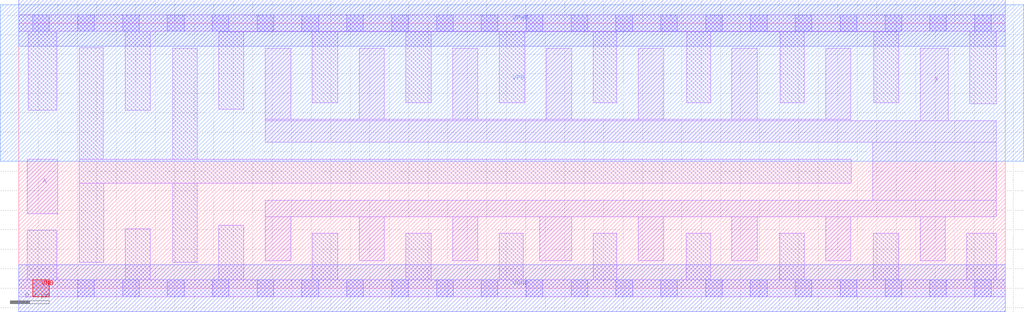
<source format=lef>
# Copyright 2020 The SkyWater PDK Authors
#
# Licensed under the Apache License, Version 2.0 (the "License");
# you may not use this file except in compliance with the License.
# You may obtain a copy of the License at
#
#     https://www.apache.org/licenses/LICENSE-2.0
#
# Unless required by applicable law or agreed to in writing, software
# distributed under the License is distributed on an "AS IS" BASIS,
# WITHOUT WARRANTIES OR CONDITIONS OF ANY KIND, either express or implied.
# See the License for the specific language governing permissions and
# limitations under the License.
#
# SPDX-License-Identifier: Apache-2.0

VERSION 5.7 ;
  NOWIREEXTENSIONATPIN ON ;
  DIVIDERCHAR "/" ;
  BUSBITCHARS "[]" ;
PROPERTYDEFINITIONS
  MACRO maskLayoutSubType STRING ;
  MACRO prCellType STRING ;
  MACRO originalViewName STRING ;
END PROPERTYDEFINITIONS
MACRO sky130_fd_sc_hdll__clkbuf_16
  CLASS CORE ;
  FOREIGN sky130_fd_sc_hdll__clkbuf_16 ;
  ORIGIN  0.000000  0.000000 ;
  SIZE  10.12000 BY  2.720000 ;
  SYMMETRY X Y R90 ;
  SITE unithd ;
  PIN A
    ANTENNAGATEAREA  0.972000 ;
    DIRECTION INPUT ;
    USE SIGNAL ;
    PORT
      LAYER li1 ;
        RECT 0.085000 0.765000 0.400000 1.325000 ;
    END
  END A
  PIN VGND
    ANTENNADIFFAREA  1.467900 ;
    DIRECTION INOUT ;
    USE SIGNAL ;
    PORT
      LAYER met1 ;
        RECT 0.000000 -0.240000 10.120000 0.240000 ;
    END
  END VGND
  PIN VPWR
    ANTENNADIFFAREA  3.245000 ;
    DIRECTION INOUT ;
    USE SIGNAL ;
    PORT
      LAYER met1 ;
        RECT 0.000000 2.480000 10.120000 2.960000 ;
    END
  END VPWR
  PIN X
    ANTENNADIFFAREA  3.529800 ;
    DIRECTION OUTPUT ;
    USE SIGNAL ;
    PORT
      LAYER li1 ;
        RECT 2.530000 0.280000  2.790000 0.735000 ;
        RECT 2.530000 0.735000 10.025000 0.905000 ;
        RECT 2.530000 1.495000 10.025000 1.720000 ;
        RECT 2.530000 1.720000  8.535000 1.735000 ;
        RECT 2.530000 1.735000  2.790000 2.460000 ;
        RECT 3.490000 0.280000  3.750000 0.735000 ;
        RECT 3.490000 1.735000  3.750000 2.460000 ;
        RECT 4.450000 0.280000  4.710000 0.735000 ;
        RECT 4.450000 1.735000  4.710000 2.460000 ;
        RECT 5.345000 0.280000  5.670000 0.735000 ;
        RECT 5.410000 1.735000  5.670000 2.460000 ;
        RECT 6.355000 0.280000  6.615000 0.735000 ;
        RECT 6.355000 1.735000  6.615000 2.460000 ;
        RECT 7.315000 0.280000  7.575000 0.735000 ;
        RECT 7.315000 1.735000  7.575000 2.460000 ;
        RECT 8.275000 0.280000  8.535000 0.735000 ;
        RECT 8.275000 1.735000  8.535000 2.460000 ;
        RECT 8.760000 0.905000 10.025000 1.495000 ;
        RECT 9.245000 0.280000  9.505000 0.735000 ;
        RECT 9.245000 1.720000  9.535000 2.460000 ;
    END
  END X
  PIN VNB
    DIRECTION INOUT ;
    USE GROUND ;
    PORT
      LAYER pwell ;
        RECT 0.145000 -0.085000 0.315000 0.085000 ;
    END
  END VNB
  PIN VPB
    DIRECTION INOUT ;
    USE POWER ;
    PORT
      LAYER nwell ;
        RECT -0.190000 1.305000 10.310000 2.910000 ;
    END
  END VPB
  OBS
    LAYER li1 ;
      RECT 0.000000 -0.085000 10.120000 0.085000 ;
      RECT 0.000000  2.635000 10.120000 2.805000 ;
      RECT 0.085000  0.085000  0.390000 0.595000 ;
      RECT 0.095000  1.825000  0.390000 2.635000 ;
      RECT 0.620000  0.265000  0.870000 1.075000 ;
      RECT 0.620000  1.075000  8.540000 1.325000 ;
      RECT 0.620000  1.325000  0.865000 2.465000 ;
      RECT 1.090000  0.085000  1.350000 0.610000 ;
      RECT 1.090000  1.825000  1.350000 2.635000 ;
      RECT 1.580000  0.265000  1.830000 1.075000 ;
      RECT 1.580000  1.325000  1.830000 2.460000 ;
      RECT 2.050000  0.085000  2.310000 0.645000 ;
      RECT 2.050000  1.835000  2.310000 2.630000 ;
      RECT 2.050000  2.630000  9.025000 2.635000 ;
      RECT 3.010000  0.085000  3.270000 0.565000 ;
      RECT 3.010000  1.905000  3.270000 2.630000 ;
      RECT 3.970000  0.085000  4.230000 0.565000 ;
      RECT 3.970000  1.905000  4.230000 2.630000 ;
      RECT 4.930000  0.085000  5.175000 0.565000 ;
      RECT 4.930000  1.905000  5.190000 2.630000 ;
      RECT 5.890000  0.085000  6.135000 0.565000 ;
      RECT 5.890000  1.905000  6.135000 2.630000 ;
      RECT 6.845000  0.085000  7.095000 0.565000 ;
      RECT 6.850000  1.905000  7.095000 2.630000 ;
      RECT 7.805000  0.085000  8.055000 0.565000 ;
      RECT 7.810000  1.905000  8.055000 2.630000 ;
      RECT 8.765000  0.085000  9.025000 0.565000 ;
      RECT 8.770000  1.905000  9.025000 2.630000 ;
      RECT 9.725000  0.085000 10.025000 0.565000 ;
      RECT 9.755000  1.890000 10.025000 2.635000 ;
    LAYER mcon ;
      RECT 0.145000 -0.085000 0.315000 0.085000 ;
      RECT 0.145000  2.635000 0.315000 2.805000 ;
      RECT 0.605000 -0.085000 0.775000 0.085000 ;
      RECT 0.605000  2.635000 0.775000 2.805000 ;
      RECT 1.065000 -0.085000 1.235000 0.085000 ;
      RECT 1.065000  2.635000 1.235000 2.805000 ;
      RECT 1.525000 -0.085000 1.695000 0.085000 ;
      RECT 1.525000  2.635000 1.695000 2.805000 ;
      RECT 1.985000 -0.085000 2.155000 0.085000 ;
      RECT 1.985000  2.635000 2.155000 2.805000 ;
      RECT 2.445000 -0.085000 2.615000 0.085000 ;
      RECT 2.445000  2.635000 2.615000 2.805000 ;
      RECT 2.905000 -0.085000 3.075000 0.085000 ;
      RECT 2.905000  2.635000 3.075000 2.805000 ;
      RECT 3.365000 -0.085000 3.535000 0.085000 ;
      RECT 3.365000  2.635000 3.535000 2.805000 ;
      RECT 3.825000 -0.085000 3.995000 0.085000 ;
      RECT 3.825000  2.635000 3.995000 2.805000 ;
      RECT 4.285000 -0.085000 4.455000 0.085000 ;
      RECT 4.285000  2.635000 4.455000 2.805000 ;
      RECT 4.745000 -0.085000 4.915000 0.085000 ;
      RECT 4.745000  2.635000 4.915000 2.805000 ;
      RECT 5.205000 -0.085000 5.375000 0.085000 ;
      RECT 5.205000  2.635000 5.375000 2.805000 ;
      RECT 5.665000 -0.085000 5.835000 0.085000 ;
      RECT 5.665000  2.635000 5.835000 2.805000 ;
      RECT 6.125000 -0.085000 6.295000 0.085000 ;
      RECT 6.125000  2.635000 6.295000 2.805000 ;
      RECT 6.585000 -0.085000 6.755000 0.085000 ;
      RECT 6.585000  2.635000 6.755000 2.805000 ;
      RECT 7.045000 -0.085000 7.215000 0.085000 ;
      RECT 7.045000  2.635000 7.215000 2.805000 ;
      RECT 7.505000 -0.085000 7.675000 0.085000 ;
      RECT 7.505000  2.635000 7.675000 2.805000 ;
      RECT 7.965000 -0.085000 8.135000 0.085000 ;
      RECT 7.965000  2.635000 8.135000 2.805000 ;
      RECT 8.425000 -0.085000 8.595000 0.085000 ;
      RECT 8.425000  2.635000 8.595000 2.805000 ;
      RECT 8.885000 -0.085000 9.055000 0.085000 ;
      RECT 8.885000  2.635000 9.055000 2.805000 ;
      RECT 9.345000 -0.085000 9.515000 0.085000 ;
      RECT 9.345000  2.635000 9.515000 2.805000 ;
      RECT 9.805000 -0.085000 9.975000 0.085000 ;
      RECT 9.805000  2.635000 9.975000 2.805000 ;
  END
  PROPERTY maskLayoutSubType "abstract" ;
  PROPERTY prCellType "standard" ;
  PROPERTY originalViewName "layout" ;
END sky130_fd_sc_hdll__clkbuf_16
END LIBRARY

</source>
